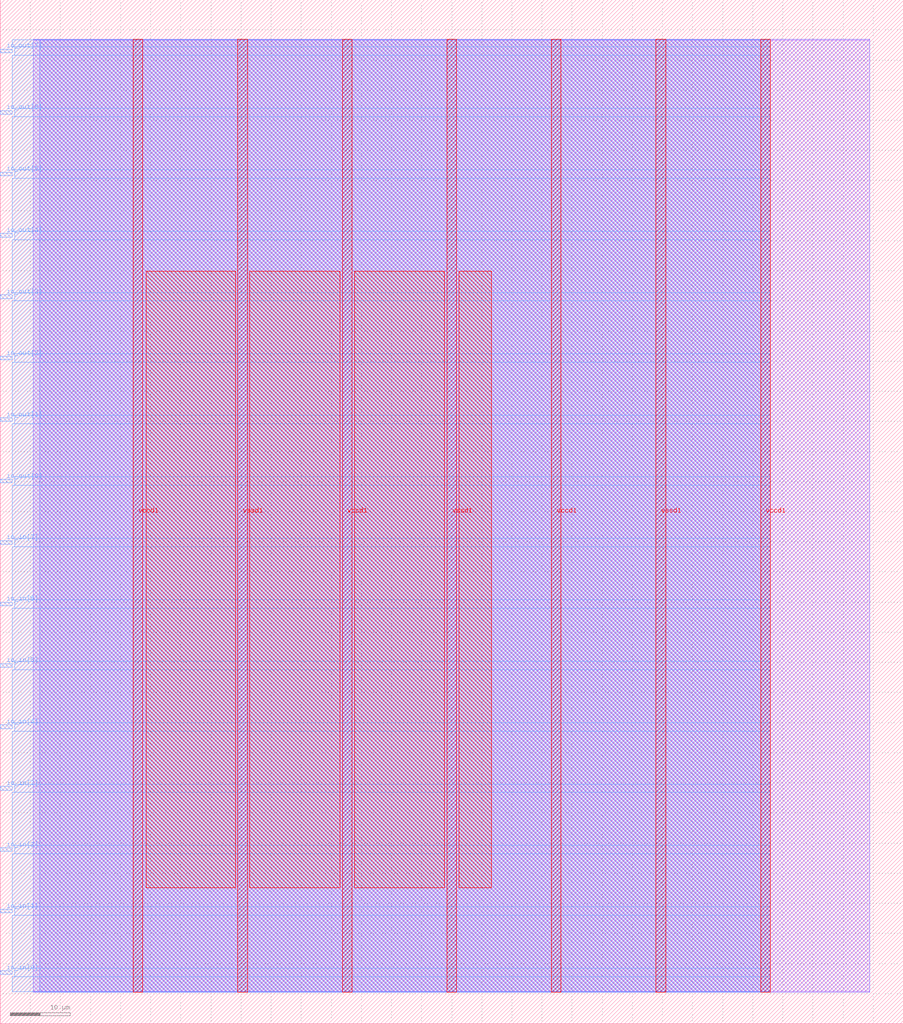
<source format=lef>
VERSION 5.7 ;
  NOWIREEXTENSIONATPIN ON ;
  DIVIDERCHAR "/" ;
  BUSBITCHARS "[]" ;
MACRO ericsmi_speed_test
  CLASS BLOCK ;
  FOREIGN ericsmi_speed_test ;
  ORIGIN 0.000 0.000 ;
  SIZE 150.000 BY 170.000 ;
  PIN io_in[0]
    DIRECTION INPUT ;
    USE SIGNAL ;
    PORT
      LAYER met3 ;
        RECT 0.000 8.200 2.000 8.800 ;
    END
  END io_in[0]
  PIN io_in[1]
    DIRECTION INPUT ;
    USE SIGNAL ;
    PORT
      LAYER met3 ;
        RECT 0.000 18.400 2.000 19.000 ;
    END
  END io_in[1]
  PIN io_in[2]
    DIRECTION INPUT ;
    USE SIGNAL ;
    PORT
      LAYER met3 ;
        RECT 0.000 28.600 2.000 29.200 ;
    END
  END io_in[2]
  PIN io_in[3]
    DIRECTION INPUT ;
    USE SIGNAL ;
    PORT
      LAYER met3 ;
        RECT 0.000 38.800 2.000 39.400 ;
    END
  END io_in[3]
  PIN io_in[4]
    DIRECTION INPUT ;
    USE SIGNAL ;
    PORT
      LAYER met3 ;
        RECT 0.000 49.000 2.000 49.600 ;
    END
  END io_in[4]
  PIN io_in[5]
    DIRECTION INPUT ;
    USE SIGNAL ;
    PORT
      LAYER met3 ;
        RECT 0.000 59.200 2.000 59.800 ;
    END
  END io_in[5]
  PIN io_in[6]
    DIRECTION INPUT ;
    USE SIGNAL ;
    PORT
      LAYER met3 ;
        RECT 0.000 69.400 2.000 70.000 ;
    END
  END io_in[6]
  PIN io_in[7]
    DIRECTION INPUT ;
    USE SIGNAL ;
    PORT
      LAYER met3 ;
        RECT 0.000 79.600 2.000 80.200 ;
    END
  END io_in[7]
  PIN io_out[0]
    DIRECTION OUTPUT TRISTATE ;
    USE SIGNAL ;
    PORT
      LAYER met3 ;
        RECT 0.000 89.800 2.000 90.400 ;
    END
  END io_out[0]
  PIN io_out[1]
    DIRECTION OUTPUT TRISTATE ;
    USE SIGNAL ;
    PORT
      LAYER met3 ;
        RECT 0.000 100.000 2.000 100.600 ;
    END
  END io_out[1]
  PIN io_out[2]
    DIRECTION OUTPUT TRISTATE ;
    USE SIGNAL ;
    PORT
      LAYER met3 ;
        RECT 0.000 110.200 2.000 110.800 ;
    END
  END io_out[2]
  PIN io_out[3]
    DIRECTION OUTPUT TRISTATE ;
    USE SIGNAL ;
    PORT
      LAYER met3 ;
        RECT 0.000 120.400 2.000 121.000 ;
    END
  END io_out[3]
  PIN io_out[4]
    DIRECTION OUTPUT TRISTATE ;
    USE SIGNAL ;
    PORT
      LAYER met3 ;
        RECT 0.000 130.600 2.000 131.200 ;
    END
  END io_out[4]
  PIN io_out[5]
    DIRECTION OUTPUT TRISTATE ;
    USE SIGNAL ;
    PORT
      LAYER met3 ;
        RECT 0.000 140.800 2.000 141.400 ;
    END
  END io_out[5]
  PIN io_out[6]
    DIRECTION OUTPUT TRISTATE ;
    USE SIGNAL ;
    PORT
      LAYER met3 ;
        RECT 0.000 151.000 2.000 151.600 ;
    END
  END io_out[6]
  PIN io_out[7]
    DIRECTION OUTPUT TRISTATE ;
    USE SIGNAL ;
    PORT
      LAYER met3 ;
        RECT 0.000 161.200 2.000 161.800 ;
    END
  END io_out[7]
  PIN vccd1
    DIRECTION INOUT ;
    USE POWER ;
    PORT
      LAYER met4 ;
        RECT 22.090 5.200 23.690 163.440 ;
    END
    PORT
      LAYER met4 ;
        RECT 56.830 5.200 58.430 163.440 ;
    END
    PORT
      LAYER met4 ;
        RECT 91.570 5.200 93.170 163.440 ;
    END
    PORT
      LAYER met4 ;
        RECT 126.310 5.200 127.910 163.440 ;
    END
  END vccd1
  PIN vssd1
    DIRECTION INOUT ;
    USE GROUND ;
    PORT
      LAYER met4 ;
        RECT 39.460 5.200 41.060 163.440 ;
    END
    PORT
      LAYER met4 ;
        RECT 74.200 5.200 75.800 163.440 ;
    END
    PORT
      LAYER met4 ;
        RECT 108.940 5.200 110.540 163.440 ;
    END
  END vssd1
  OBS
      LAYER li1 ;
        RECT 5.520 5.355 144.440 163.285 ;
      LAYER met1 ;
        RECT 5.520 5.200 144.440 163.440 ;
      LAYER met2 ;
        RECT 6.530 5.255 127.880 163.385 ;
      LAYER met3 ;
        RECT 2.000 162.200 127.900 163.365 ;
        RECT 2.400 160.800 127.900 162.200 ;
        RECT 2.000 152.000 127.900 160.800 ;
        RECT 2.400 150.600 127.900 152.000 ;
        RECT 2.000 141.800 127.900 150.600 ;
        RECT 2.400 140.400 127.900 141.800 ;
        RECT 2.000 131.600 127.900 140.400 ;
        RECT 2.400 130.200 127.900 131.600 ;
        RECT 2.000 121.400 127.900 130.200 ;
        RECT 2.400 120.000 127.900 121.400 ;
        RECT 2.000 111.200 127.900 120.000 ;
        RECT 2.400 109.800 127.900 111.200 ;
        RECT 2.000 101.000 127.900 109.800 ;
        RECT 2.400 99.600 127.900 101.000 ;
        RECT 2.000 90.800 127.900 99.600 ;
        RECT 2.400 89.400 127.900 90.800 ;
        RECT 2.000 80.600 127.900 89.400 ;
        RECT 2.400 79.200 127.900 80.600 ;
        RECT 2.000 70.400 127.900 79.200 ;
        RECT 2.400 69.000 127.900 70.400 ;
        RECT 2.000 60.200 127.900 69.000 ;
        RECT 2.400 58.800 127.900 60.200 ;
        RECT 2.000 50.000 127.900 58.800 ;
        RECT 2.400 48.600 127.900 50.000 ;
        RECT 2.000 39.800 127.900 48.600 ;
        RECT 2.400 38.400 127.900 39.800 ;
        RECT 2.000 29.600 127.900 38.400 ;
        RECT 2.400 28.200 127.900 29.600 ;
        RECT 2.000 19.400 127.900 28.200 ;
        RECT 2.400 18.000 127.900 19.400 ;
        RECT 2.000 9.200 127.900 18.000 ;
        RECT 2.400 7.800 127.900 9.200 ;
        RECT 2.000 5.275 127.900 7.800 ;
      LAYER met4 ;
        RECT 24.215 22.615 39.060 124.945 ;
        RECT 41.460 22.615 56.430 124.945 ;
        RECT 58.830 22.615 73.800 124.945 ;
        RECT 76.200 22.615 81.585 124.945 ;
  END
END ericsmi_speed_test
END LIBRARY


</source>
